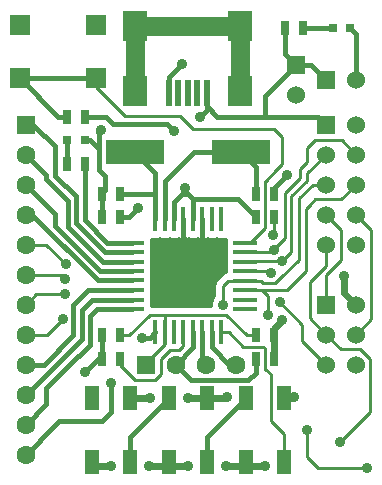
<source format=gtl>
G04 (created by PCBNEW (22-Jun-2014 BZR 4027)-stable) date Tue Nov  3 08:39:22 2015*
%MOIN*%
G04 Gerber Fmt 3.4, Leading zero omitted, Abs format*
%FSLAX34Y34*%
G01*
G70*
G90*
G04 APERTURE LIST*
%ADD10C,0.00590551*%
%ADD11R,0.0177X0.0787*%
%ADD12R,0.0787X0.0177*%
%ADD13R,0.0197X0.0906*%
%ADD14R,0.0787X0.0984*%
%ADD15R,0.06X0.06*%
%ADD16C,0.06*%
%ADD17R,0.19685X0.0787402*%
%ADD18R,0.0472X0.0787*%
%ADD19R,0.07X0.07*%
%ADD20C,0.0629921*%
%ADD21R,0.025X0.045*%
%ADD22R,0.0314X0.0314*%
%ADD23C,0.035*%
%ADD24C,0.015748*%
%ADD25C,0.0102362*%
%ADD26C,0.00787402*%
%ADD27C,0.023622*%
%ADD28C,0.0629921*%
%ADD29C,0.01*%
G04 APERTURE END LIST*
G54D10*
G54D11*
X44576Y-46529D03*
X44891Y-46529D03*
X45206Y-46529D03*
X45521Y-46529D03*
X45836Y-46529D03*
X46151Y-46529D03*
X46466Y-46529D03*
X46781Y-46529D03*
X46779Y-50295D03*
X44569Y-50295D03*
X44889Y-50295D03*
X45209Y-50295D03*
X45519Y-50295D03*
X45839Y-50295D03*
X46149Y-50295D03*
X46469Y-50295D03*
G54D12*
X47569Y-47313D03*
X47569Y-47627D03*
X47569Y-47943D03*
X47569Y-48257D03*
X47569Y-48573D03*
X47569Y-48887D03*
X47569Y-49203D03*
X47569Y-49517D03*
X43789Y-47315D03*
X43789Y-47625D03*
X43789Y-47945D03*
X43789Y-48255D03*
X43789Y-48565D03*
X43789Y-48885D03*
X43789Y-49205D03*
X43789Y-49525D03*
G54D13*
X46299Y-42302D03*
X45984Y-42302D03*
X45669Y-42302D03*
X45354Y-42302D03*
X45039Y-42302D03*
G54D14*
X47421Y-42263D03*
X47421Y-40098D03*
X43917Y-42263D03*
X43917Y-40098D03*
G54D15*
X50263Y-43370D03*
G54D16*
X51263Y-43370D03*
X50263Y-44370D03*
X51263Y-44370D03*
X50263Y-45370D03*
X51263Y-45370D03*
X50263Y-46370D03*
X51263Y-46370D03*
X50263Y-47370D03*
X51263Y-47370D03*
G54D15*
X50263Y-49370D03*
G54D16*
X51263Y-49370D03*
X50263Y-50370D03*
X51263Y-50370D03*
X50263Y-51370D03*
X51263Y-51370D03*
G54D17*
X47440Y-44291D03*
X43897Y-44291D03*
G54D18*
X48858Y-52480D03*
X47598Y-52480D03*
X47598Y-54606D03*
X48858Y-54606D03*
X46299Y-52480D03*
X45039Y-52480D03*
X45039Y-54606D03*
X46299Y-54606D03*
G54D19*
X40058Y-40058D03*
X42618Y-40058D03*
X40058Y-41830D03*
X42618Y-41830D03*
G54D15*
X50263Y-41870D03*
G54D16*
X51263Y-41870D03*
G54D15*
X49263Y-41370D03*
G54D16*
X49263Y-42370D03*
G54D15*
X40263Y-43370D03*
G54D20*
X40263Y-44370D03*
X40263Y-45370D03*
X40263Y-46370D03*
X40263Y-47370D03*
X40263Y-48370D03*
X40263Y-49370D03*
X40263Y-50370D03*
X40263Y-51370D03*
X40263Y-52370D03*
X40263Y-53370D03*
X40263Y-54370D03*
G54D18*
X43740Y-52480D03*
X42480Y-52480D03*
X42480Y-54606D03*
X43740Y-54606D03*
G54D21*
X47928Y-46456D03*
X48528Y-46456D03*
X48912Y-40157D03*
X49512Y-40157D03*
X42229Y-44685D03*
X41629Y-44685D03*
X47928Y-45669D03*
X48528Y-45669D03*
X43410Y-45669D03*
X42810Y-45669D03*
X48528Y-51181D03*
X47928Y-51181D03*
X43410Y-46456D03*
X42810Y-46456D03*
X43410Y-50393D03*
X42810Y-50393D03*
X43410Y-51181D03*
X42810Y-51181D03*
X48528Y-50393D03*
X47928Y-50393D03*
G54D22*
X50492Y-40157D03*
X51082Y-40157D03*
X41634Y-43897D03*
X42224Y-43897D03*
G54D21*
X41629Y-43110D03*
X42229Y-43110D03*
G54D15*
X44263Y-51370D03*
G54D20*
X45263Y-51370D03*
X46263Y-51370D03*
X47263Y-51370D03*
G54D23*
X48740Y-49291D03*
X48425Y-48307D03*
X48503Y-47047D03*
X41614Y-48031D03*
X48523Y-47539D03*
X43110Y-51968D03*
X50748Y-53937D03*
X44133Y-50472D03*
X41574Y-49015D03*
X46850Y-49370D03*
X41496Y-49842D03*
X48346Y-49724D03*
X51653Y-54803D03*
X49645Y-53543D03*
X41574Y-48503D03*
X48818Y-47933D03*
X44685Y-48661D03*
X46732Y-48149D03*
X42244Y-51614D03*
X48228Y-54763D03*
X46929Y-54763D03*
X45669Y-54763D03*
X44370Y-54763D03*
X43110Y-54763D03*
X42755Y-43543D03*
X48976Y-45039D03*
X45472Y-41338D03*
X49212Y-52440D03*
X48818Y-49881D03*
X46968Y-52440D03*
X45669Y-52480D03*
X44409Y-52480D03*
X45196Y-43582D03*
X50866Y-48425D03*
X43996Y-46161D03*
X45570Y-45472D03*
X46062Y-43110D03*
G54D24*
X46469Y-50295D02*
X46469Y-50800D01*
X47039Y-51370D02*
X47263Y-51370D01*
X46469Y-50800D02*
X47039Y-51370D01*
X46149Y-50295D02*
X46149Y-51255D01*
X46149Y-51255D02*
X46263Y-51370D01*
G54D25*
X44783Y-51279D02*
X44783Y-51181D01*
X43410Y-51382D02*
X43897Y-51870D01*
X43897Y-51870D02*
X44586Y-51870D01*
X44586Y-51870D02*
X44783Y-51673D01*
X44783Y-51673D02*
X44783Y-51279D01*
X43410Y-51181D02*
X43410Y-51382D01*
X45519Y-50740D02*
X45374Y-50885D01*
X45374Y-50885D02*
X45078Y-50885D01*
X45519Y-50740D02*
X45519Y-50295D01*
X44783Y-51181D02*
X45078Y-50885D01*
X43572Y-43080D02*
X45403Y-43080D01*
X45403Y-43080D02*
X45826Y-43503D01*
X48228Y-46574D02*
X48228Y-46811D01*
X47726Y-47313D02*
X47569Y-47313D01*
X48228Y-46811D02*
X47726Y-47313D01*
X48818Y-44685D02*
X48818Y-43799D01*
X48818Y-43799D02*
X48523Y-43503D01*
X48523Y-43503D02*
X45826Y-43503D01*
X42618Y-42126D02*
X42618Y-41830D01*
X43572Y-43080D02*
X42618Y-42126D01*
X48228Y-46574D02*
X48228Y-45275D01*
X48228Y-45275D02*
X48818Y-44685D01*
G54D26*
X48228Y-45275D02*
X48818Y-44685D01*
G54D24*
X41629Y-43110D02*
X41337Y-43110D01*
X41337Y-43110D02*
X40058Y-41830D01*
X40058Y-41830D02*
X41732Y-41830D01*
X41732Y-41830D02*
X42618Y-41830D01*
X42229Y-44685D02*
X42229Y-46559D01*
X42984Y-47315D02*
X43789Y-47315D01*
X42229Y-46559D02*
X42984Y-47315D01*
X41653Y-51456D02*
X42401Y-50708D01*
X42401Y-49763D02*
X42519Y-49645D01*
X42401Y-50708D02*
X42401Y-49763D01*
X40263Y-53370D02*
X40944Y-52688D01*
X42640Y-49525D02*
X43789Y-49525D01*
X42519Y-49645D02*
X42640Y-49525D01*
X40944Y-52165D02*
X41653Y-51456D01*
X40944Y-52688D02*
X40944Y-52165D01*
G54D25*
X50263Y-49370D02*
X50263Y-48397D01*
X50263Y-48397D02*
X50787Y-47874D01*
X50263Y-46370D02*
X50787Y-46893D01*
X50787Y-46893D02*
X50787Y-47874D01*
G54D24*
X41297Y-51336D02*
X42125Y-50507D01*
X42125Y-49566D02*
X42244Y-49448D01*
X42125Y-50507D02*
X42125Y-49566D01*
X40263Y-52370D02*
X41297Y-51336D01*
X42487Y-49205D02*
X43789Y-49205D01*
X42244Y-49448D02*
X42487Y-49205D01*
G54D25*
X51263Y-46370D02*
X51771Y-46877D01*
X51771Y-46877D02*
X51771Y-49862D01*
X51771Y-49862D02*
X51263Y-50370D01*
X48228Y-51535D02*
X48267Y-51535D01*
X48425Y-51692D02*
X48425Y-53267D01*
X48267Y-51535D02*
X48425Y-51692D01*
X48858Y-54606D02*
X48858Y-53700D01*
X48858Y-53700D02*
X48425Y-53267D01*
X47027Y-50295D02*
X46779Y-50295D01*
X47519Y-50787D02*
X47027Y-50295D01*
X48188Y-50787D02*
X47519Y-50787D01*
X48228Y-50826D02*
X48188Y-50787D01*
X48228Y-51535D02*
X48228Y-50826D01*
G54D24*
X43789Y-48255D02*
X42743Y-48255D01*
X41240Y-46346D02*
X40263Y-45370D01*
X41240Y-46751D02*
X41240Y-46346D01*
X42743Y-48255D02*
X41240Y-46751D01*
X43789Y-48565D02*
X42659Y-48565D01*
X40464Y-46370D02*
X40263Y-46370D01*
X42659Y-48565D02*
X40464Y-46370D01*
X41929Y-46653D02*
X41929Y-45767D01*
X41929Y-45767D02*
X41240Y-45078D01*
X40263Y-43370D02*
X40515Y-43370D01*
X41240Y-44094D02*
X41240Y-45078D01*
X40515Y-43370D02*
X41240Y-44094D01*
X42900Y-47625D02*
X43789Y-47625D01*
X41929Y-46653D02*
X42900Y-47625D01*
X41732Y-46850D02*
X41673Y-46791D01*
X41673Y-45905D02*
X40944Y-45177D01*
X41673Y-46791D02*
X41673Y-45905D01*
X40263Y-44370D02*
X40275Y-44370D01*
X40944Y-45039D02*
X40944Y-45177D01*
X40275Y-44370D02*
X40944Y-45039D01*
X42827Y-47945D02*
X43789Y-47945D01*
X41732Y-46850D02*
X42827Y-47945D01*
G54D25*
X49488Y-50590D02*
X49488Y-50594D01*
X49488Y-50039D02*
X49488Y-50590D01*
X48740Y-49291D02*
X49488Y-50039D01*
X49488Y-50594D02*
X50263Y-51370D01*
X47569Y-48257D02*
X48375Y-48257D01*
X48375Y-48257D02*
X48425Y-48307D01*
X48528Y-47022D02*
X48528Y-46456D01*
X48503Y-47047D02*
X48528Y-47022D01*
X40952Y-47370D02*
X40263Y-47370D01*
X41614Y-48031D02*
X40952Y-47370D01*
X48917Y-45748D02*
X48917Y-45649D01*
X49409Y-45157D02*
X49409Y-44862D01*
X48917Y-45649D02*
X49409Y-45157D01*
X49409Y-44862D02*
X49645Y-44625D01*
X49645Y-44625D02*
X49645Y-44153D01*
X48769Y-47293D02*
X48917Y-47145D01*
X48917Y-47145D02*
X48917Y-45748D01*
X48523Y-47539D02*
X48435Y-47627D01*
X48435Y-47627D02*
X47569Y-47627D01*
X47569Y-47627D02*
X48435Y-47627D01*
X50791Y-43897D02*
X51263Y-44370D01*
X49901Y-43897D02*
X50791Y-43897D01*
X49645Y-44153D02*
X49901Y-43897D01*
X48435Y-47627D02*
X48769Y-47293D01*
G54D24*
X41214Y-53419D02*
X41366Y-53267D01*
X43110Y-52952D02*
X43110Y-51968D01*
X42795Y-53267D02*
X43110Y-52952D01*
X41366Y-53267D02*
X42795Y-53267D01*
G54D25*
X51732Y-52952D02*
X51732Y-52716D01*
X50748Y-53937D02*
X51732Y-52952D01*
X50263Y-50370D02*
X50759Y-50866D01*
X51732Y-51181D02*
X51732Y-52716D01*
X51417Y-50866D02*
X51732Y-51181D01*
X50759Y-50866D02*
X51417Y-50866D01*
G54D24*
X40263Y-54370D02*
X41214Y-53419D01*
X44392Y-50472D02*
X44569Y-50295D01*
X44133Y-50472D02*
X44392Y-50472D01*
G54D25*
X50263Y-50370D02*
X49724Y-49830D01*
X50263Y-48082D02*
X50263Y-47370D01*
X49724Y-48622D02*
X50263Y-48082D01*
X49724Y-49830D02*
X49724Y-48622D01*
X40618Y-49015D02*
X40263Y-49370D01*
X41574Y-49015D02*
X40618Y-49015D01*
X47569Y-48573D02*
X47017Y-48573D01*
X46850Y-48740D02*
X46850Y-49370D01*
X47017Y-48573D02*
X46850Y-48740D01*
X48779Y-48464D02*
X48582Y-48661D01*
X48100Y-48573D02*
X47569Y-48573D01*
X48188Y-48661D02*
X48100Y-48573D01*
X48582Y-48661D02*
X48188Y-48661D01*
X49826Y-45370D02*
X50263Y-45370D01*
X49370Y-45826D02*
X49826Y-45370D01*
X49370Y-47874D02*
X49370Y-45826D01*
X48779Y-48464D02*
X49370Y-47874D01*
X40263Y-50370D02*
X40968Y-50370D01*
X40968Y-50370D02*
X41496Y-49842D01*
X47569Y-48887D02*
X48139Y-48887D01*
X48346Y-49094D02*
X48346Y-49724D01*
X48139Y-48887D02*
X48346Y-49094D01*
X47569Y-48887D02*
X48986Y-48887D01*
X48986Y-48887D02*
X49015Y-48858D01*
X49724Y-46062D02*
X49606Y-46181D01*
X49606Y-48267D02*
X49015Y-48858D01*
X49606Y-46181D02*
X49606Y-48267D01*
X50767Y-45866D02*
X51263Y-45370D01*
X49921Y-45866D02*
X50767Y-45866D01*
X49724Y-46062D02*
X49921Y-45866D01*
G54D24*
X40263Y-51370D02*
X40874Y-51370D01*
X41850Y-50393D02*
X41850Y-49370D01*
X40874Y-51370D02*
X41850Y-50393D01*
G54D25*
X50000Y-54803D02*
X51653Y-54803D01*
X49645Y-54448D02*
X50000Y-54803D01*
X49645Y-53543D02*
X49645Y-54448D01*
G54D24*
X43789Y-48885D02*
X42335Y-48885D01*
X42335Y-48885D02*
X41850Y-49370D01*
G54D25*
X41440Y-48370D02*
X40263Y-48370D01*
X41574Y-48503D02*
X41440Y-48370D01*
X49118Y-45905D02*
X49118Y-45763D01*
X49645Y-45236D02*
X49645Y-44988D01*
X49118Y-45763D02*
X49645Y-45236D01*
X49645Y-44988D02*
X49645Y-45000D01*
X49645Y-45000D02*
X49645Y-44988D01*
X48818Y-47933D02*
X49118Y-47633D01*
X49645Y-44988D02*
X50263Y-44370D01*
X49118Y-47633D02*
X49118Y-45905D01*
X48818Y-47933D02*
X47579Y-47933D01*
X47579Y-47933D02*
X47569Y-47943D01*
X47579Y-47933D02*
X47569Y-47943D01*
G54D24*
X47928Y-45669D02*
X47928Y-44778D01*
X47928Y-44778D02*
X47440Y-44291D01*
X44891Y-46529D02*
X44891Y-45669D01*
X44891Y-45669D02*
X44891Y-45266D01*
X44891Y-45266D02*
X45866Y-44291D01*
X45866Y-44291D02*
X47440Y-44291D01*
X44576Y-45669D02*
X44291Y-45669D01*
X44291Y-45669D02*
X43410Y-45669D01*
X44576Y-46529D02*
X44576Y-45669D01*
X44576Y-45669D02*
X44576Y-44969D01*
X44576Y-44969D02*
X43897Y-44291D01*
G54D27*
X45708Y-47322D02*
X45000Y-47322D01*
X44685Y-47637D02*
X44685Y-48661D01*
X45000Y-47322D02*
X44685Y-47637D01*
X45708Y-47322D02*
X45669Y-47283D01*
X46151Y-47273D02*
X46732Y-47854D01*
X46732Y-47854D02*
X46732Y-48149D01*
G54D24*
X45263Y-51370D02*
X45783Y-51889D01*
X47928Y-51638D02*
X47928Y-51181D01*
X47677Y-51889D02*
X47928Y-51638D01*
X45783Y-51889D02*
X47677Y-51889D01*
X42810Y-50393D02*
X42810Y-51181D01*
X42810Y-51181D02*
X42677Y-51181D01*
X42677Y-51181D02*
X42244Y-51614D01*
X46151Y-46529D02*
X46151Y-47273D01*
X45521Y-47135D02*
X45669Y-47283D01*
X45521Y-47135D02*
X45521Y-46529D01*
X46151Y-47273D02*
X46141Y-47283D01*
X45669Y-47283D02*
X46141Y-47283D01*
G54D27*
X47755Y-54763D02*
X48228Y-54763D01*
X47598Y-54606D02*
X47755Y-54763D01*
X45039Y-54606D02*
X45196Y-54763D01*
X47440Y-54763D02*
X47598Y-54606D01*
X46929Y-54763D02*
X47440Y-54763D01*
X45196Y-54763D02*
X45669Y-54763D01*
X42480Y-54606D02*
X42637Y-54763D01*
X44881Y-54763D02*
X45039Y-54606D01*
X44370Y-54763D02*
X44881Y-54763D01*
X42637Y-54763D02*
X43110Y-54763D01*
X42716Y-43582D02*
X42716Y-43602D01*
X42755Y-43543D02*
X42716Y-43582D01*
G54D24*
X48528Y-45669D02*
X48528Y-45487D01*
X48528Y-45487D02*
X48976Y-45039D01*
X42716Y-44192D02*
X42716Y-43602D01*
X45039Y-42302D02*
X45039Y-41771D01*
X45039Y-41771D02*
X45472Y-41338D01*
X42224Y-43897D02*
X42421Y-43897D01*
X42716Y-44881D02*
X42913Y-45078D01*
X42716Y-44192D02*
X42716Y-44881D01*
X42421Y-43897D02*
X42716Y-44192D01*
X42810Y-45669D02*
X42913Y-45566D01*
X42913Y-45566D02*
X42913Y-45078D01*
X42810Y-46456D02*
X42810Y-45669D01*
X45839Y-50295D02*
X45839Y-50794D01*
X45839Y-50794D02*
X45263Y-51370D01*
X51082Y-40157D02*
X51263Y-40338D01*
X51263Y-40338D02*
X51263Y-41870D01*
G54D28*
X43917Y-40098D02*
X47421Y-40098D01*
X43917Y-42263D02*
X43917Y-40098D01*
X47421Y-40098D02*
X47421Y-42263D01*
G54D24*
X41634Y-43897D02*
X41634Y-44680D01*
X41634Y-44680D02*
X41629Y-44685D01*
X49512Y-40157D02*
X50492Y-40157D01*
X46299Y-54606D02*
X46299Y-53779D01*
X46299Y-53779D02*
X47598Y-52480D01*
X43740Y-54606D02*
X43740Y-53779D01*
X43740Y-53779D02*
X45039Y-52480D01*
G54D25*
X44263Y-51370D02*
X44263Y-51307D01*
X44889Y-50681D02*
X44889Y-50295D01*
X44263Y-51307D02*
X44889Y-50681D01*
X44889Y-50295D02*
X44889Y-49704D01*
X44889Y-49704D02*
X44881Y-49704D01*
X43410Y-50393D02*
X43700Y-50393D01*
X43700Y-50393D02*
X44389Y-49704D01*
X44389Y-49704D02*
X44881Y-49704D01*
X47637Y-50393D02*
X47928Y-50393D01*
X44881Y-49704D02*
X46948Y-49704D01*
X46948Y-49704D02*
X47637Y-50393D01*
G54D27*
X49173Y-52480D02*
X48858Y-52480D01*
X49212Y-52440D02*
X49173Y-52480D01*
X48528Y-50393D02*
X48528Y-50172D01*
X48528Y-50172D02*
X48818Y-49881D01*
X46299Y-52480D02*
X46929Y-52480D01*
X46929Y-52480D02*
X46968Y-52440D01*
X43740Y-52480D02*
X44409Y-52480D01*
X45669Y-52480D02*
X46299Y-52480D01*
X45669Y-52480D02*
X45669Y-52480D01*
X44409Y-52480D02*
X44409Y-52480D01*
X48528Y-50393D02*
X48528Y-51181D01*
G54D24*
X42952Y-43110D02*
X42229Y-43110D01*
X43188Y-43346D02*
X42952Y-43110D01*
X44960Y-43346D02*
X43188Y-43346D01*
X45196Y-43582D02*
X44960Y-43346D01*
G54D27*
X50866Y-48972D02*
X51263Y-49370D01*
X50866Y-48425D02*
X50866Y-48972D01*
G54D24*
X45836Y-45866D02*
X47337Y-45866D01*
X47337Y-45866D02*
X47928Y-46456D01*
X43700Y-46456D02*
X43410Y-46456D01*
X43996Y-46161D02*
X43700Y-46456D01*
X45570Y-45669D02*
X45570Y-45472D01*
X45206Y-46529D02*
X45206Y-45935D01*
X45836Y-45836D02*
X45836Y-45866D01*
X45836Y-45866D02*
X45836Y-46529D01*
X45669Y-45669D02*
X45836Y-45836D01*
X45472Y-45669D02*
X45570Y-45669D01*
X45570Y-45669D02*
X45669Y-45669D01*
X45206Y-45935D02*
X45472Y-45669D01*
X46299Y-42302D02*
X46299Y-42873D01*
X46299Y-42873D02*
X46062Y-43110D01*
X48228Y-42618D02*
X48228Y-43110D01*
X47834Y-43110D02*
X48228Y-43110D01*
X48228Y-43110D02*
X50003Y-43110D01*
X50003Y-43110D02*
X50263Y-43370D01*
X49263Y-41370D02*
X48912Y-41018D01*
X48912Y-41018D02*
X48912Y-40157D01*
X49263Y-41370D02*
X49763Y-41370D01*
X49763Y-41370D02*
X50263Y-41870D01*
X46299Y-42302D02*
X46299Y-42755D01*
X48228Y-42405D02*
X49263Y-41370D01*
X48228Y-42618D02*
X48228Y-42405D01*
X46653Y-43110D02*
X47834Y-43110D01*
X46299Y-42755D02*
X46653Y-43110D01*
G54D10*
G36*
X46933Y-47785D02*
X46925Y-47804D01*
X46925Y-47904D01*
X46925Y-48081D01*
X46933Y-48100D01*
X46925Y-48118D01*
X46925Y-48218D01*
X46925Y-48290D01*
X46902Y-48294D01*
X46804Y-48360D01*
X46804Y-48360D01*
X46637Y-48527D01*
X46572Y-48624D01*
X46549Y-48740D01*
X46549Y-49070D01*
X46490Y-49129D01*
X46425Y-49285D01*
X46425Y-49403D01*
X44889Y-49403D01*
X44881Y-49403D01*
X44432Y-49403D01*
X44432Y-49387D01*
X44423Y-49365D01*
X44432Y-49343D01*
X44432Y-49244D01*
X44432Y-49067D01*
X44423Y-49045D01*
X44432Y-49023D01*
X44432Y-48924D01*
X44432Y-48747D01*
X44423Y-48725D01*
X44432Y-48703D01*
X44432Y-48604D01*
X44432Y-48427D01*
X44425Y-48410D01*
X44432Y-48393D01*
X44432Y-48294D01*
X44432Y-48117D01*
X44425Y-48100D01*
X44432Y-48083D01*
X44432Y-47984D01*
X44432Y-47807D01*
X44423Y-47785D01*
X44432Y-47763D01*
X44432Y-47664D01*
X44432Y-47487D01*
X44425Y-47470D01*
X44432Y-47453D01*
X44432Y-47354D01*
X44432Y-47177D01*
X44429Y-47169D01*
X44437Y-47172D01*
X44537Y-47172D01*
X44714Y-47172D01*
X44733Y-47164D01*
X44752Y-47172D01*
X44852Y-47172D01*
X45029Y-47172D01*
X45048Y-47164D01*
X45067Y-47172D01*
X45167Y-47172D01*
X45344Y-47172D01*
X45363Y-47164D01*
X45382Y-47172D01*
X45482Y-47172D01*
X45449Y-47172D01*
X45485Y-47136D01*
X45556Y-47136D01*
X45592Y-47172D01*
X45560Y-47172D01*
X45659Y-47172D01*
X45678Y-47164D01*
X45697Y-47172D01*
X45797Y-47172D01*
X45974Y-47172D01*
X45993Y-47164D01*
X46012Y-47172D01*
X46112Y-47172D01*
X46079Y-47172D01*
X46115Y-47136D01*
X46186Y-47136D01*
X46222Y-47172D01*
X46190Y-47172D01*
X46289Y-47172D01*
X46308Y-47164D01*
X46327Y-47172D01*
X46427Y-47172D01*
X46604Y-47172D01*
X46623Y-47164D01*
X46642Y-47172D01*
X46742Y-47172D01*
X46919Y-47172D01*
X46928Y-47169D01*
X46925Y-47174D01*
X46925Y-47274D01*
X46925Y-47451D01*
X46933Y-47470D01*
X46925Y-47488D01*
X46925Y-47588D01*
X46925Y-47765D01*
X46933Y-47785D01*
X46933Y-47785D01*
G37*
G54D29*
X46933Y-47785D02*
X46925Y-47804D01*
X46925Y-47904D01*
X46925Y-48081D01*
X46933Y-48100D01*
X46925Y-48118D01*
X46925Y-48218D01*
X46925Y-48290D01*
X46902Y-48294D01*
X46804Y-48360D01*
X46804Y-48360D01*
X46637Y-48527D01*
X46572Y-48624D01*
X46549Y-48740D01*
X46549Y-49070D01*
X46490Y-49129D01*
X46425Y-49285D01*
X46425Y-49403D01*
X44889Y-49403D01*
X44881Y-49403D01*
X44432Y-49403D01*
X44432Y-49387D01*
X44423Y-49365D01*
X44432Y-49343D01*
X44432Y-49244D01*
X44432Y-49067D01*
X44423Y-49045D01*
X44432Y-49023D01*
X44432Y-48924D01*
X44432Y-48747D01*
X44423Y-48725D01*
X44432Y-48703D01*
X44432Y-48604D01*
X44432Y-48427D01*
X44425Y-48410D01*
X44432Y-48393D01*
X44432Y-48294D01*
X44432Y-48117D01*
X44425Y-48100D01*
X44432Y-48083D01*
X44432Y-47984D01*
X44432Y-47807D01*
X44423Y-47785D01*
X44432Y-47763D01*
X44432Y-47664D01*
X44432Y-47487D01*
X44425Y-47470D01*
X44432Y-47453D01*
X44432Y-47354D01*
X44432Y-47177D01*
X44429Y-47169D01*
X44437Y-47172D01*
X44537Y-47172D01*
X44714Y-47172D01*
X44733Y-47164D01*
X44752Y-47172D01*
X44852Y-47172D01*
X45029Y-47172D01*
X45048Y-47164D01*
X45067Y-47172D01*
X45167Y-47172D01*
X45344Y-47172D01*
X45363Y-47164D01*
X45382Y-47172D01*
X45482Y-47172D01*
X45449Y-47172D01*
X45485Y-47136D01*
X45556Y-47136D01*
X45592Y-47172D01*
X45560Y-47172D01*
X45659Y-47172D01*
X45678Y-47164D01*
X45697Y-47172D01*
X45797Y-47172D01*
X45974Y-47172D01*
X45993Y-47164D01*
X46012Y-47172D01*
X46112Y-47172D01*
X46079Y-47172D01*
X46115Y-47136D01*
X46186Y-47136D01*
X46222Y-47172D01*
X46190Y-47172D01*
X46289Y-47172D01*
X46308Y-47164D01*
X46327Y-47172D01*
X46427Y-47172D01*
X46604Y-47172D01*
X46623Y-47164D01*
X46642Y-47172D01*
X46742Y-47172D01*
X46919Y-47172D01*
X46928Y-47169D01*
X46925Y-47174D01*
X46925Y-47274D01*
X46925Y-47451D01*
X46933Y-47470D01*
X46925Y-47488D01*
X46925Y-47588D01*
X46925Y-47765D01*
X46933Y-47785D01*
M02*

</source>
